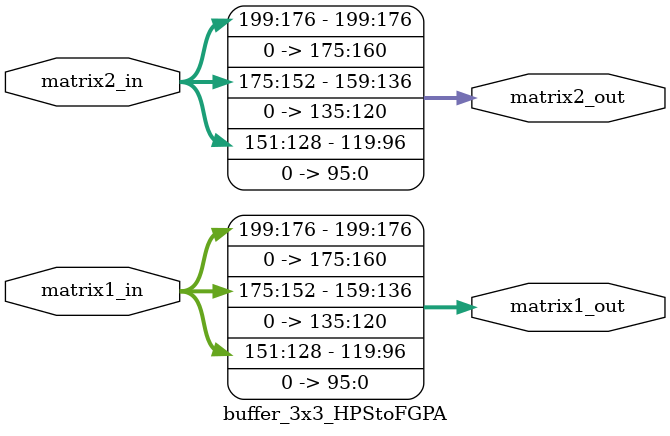
<source format=v>
module buffer_3x3_HPStoFGPA(
	input [199:0] matrix1_in, matrix2_in, //Matrizes vindo sem organização
	output [199:0] matrix1_out, matrix2_out //Matrizes organizadas com base no tamanho
);
	
	//Organizando a matriz 1
	assign matrix1_out[199:176] = matrix1_in[199:176];
	assign matrix1_out[159:136] = matrix1_in[175:152];
	assign matrix1_out[119:96] = matrix1_in[151:128];
	
	assign matrix1_out[175:160] = 0;
	assign matrix1_out[135:120] = 0;
	assign matrix1_out[95:0] = 0;
	
	//Organizando a matriz 2
	assign matrix2_out[199:176] = matrix2_in[199:176];
	assign matrix2_out[159:136] = matrix2_in[175:152];
	assign matrix2_out[119:96] = matrix2_in[151:128];
	
	assign matrix2_out[175:160] = 0;
	assign matrix2_out[135:120] = 0;
	assign matrix2_out[95:0] = 0;
	
endmodule
</source>
